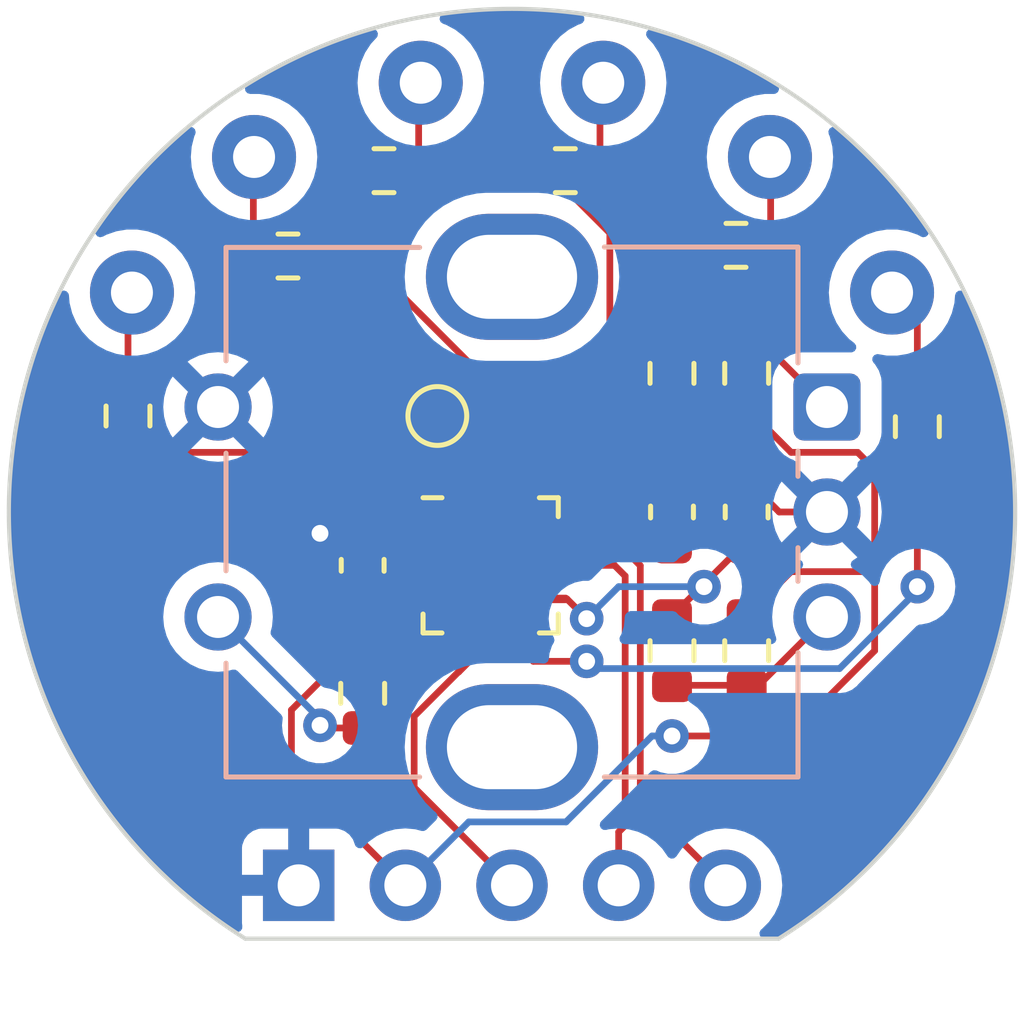
<source format=kicad_pcb>
(kicad_pcb (version 20221018) (generator pcbnew)
  (layers (0 "F.Cu" signal) (31 "B.Cu" signal) (34 "B.Paste" user) (35 "F.Paste" user) (36 "B.SilkS" user "B.Silkscreen") (37 "F.SilkS" user "F.Silkscreen") (38 "B.Mask" user) (39 "F.Mask" user) (44 "Edge.Cuts" user))
  (net 0 "")
  (net 1 "ENCA")
  (net 2 "ENCB")
  (net 3 "Net-(J12-Pin_2)")
  (net 4 "Net-(J12-Pin_3)")
  (net 5 "Net-(J12-Pin_4)")
  (net 6 "VCC")
  (net 7 "GND")
  (net 8 "SCL")
  (net 9 "SDA")
  (net 10 "INT")
  (net 11 "Net-(J12-Pin_5)")
  (net 12 "Net-(J12-Pin_6)")
  (net 13 "Net-(J12-Pin_1)")
  (net 14 "Net-(R12-Pad2)")
  (net 15 "Net-(R13-Pad2)")
  (net 16 "LED6")
  (net 17 "ENCS")
  (net 18 "Net-(U11-~{RESET}{slash}PA0)")
  (net 19 "LED1")
  (net 20 "LED2")
  (net 21 "LED3")
  (net 24 "LED5")
  (net 25 "LED4")
  (footprint "Resistor_SMD:R_0603_1608Metric" (layer "F.Cu") (at 45.466 44.704 180)
    (fp_text reference "R20" hide)
    (fp_text value "220" hide)
    (fp_line (start -0.237258 -0.5225) (end 0.237258 -0.5225) (stroke (width 0.12)) (layer "F.SilkS"))
    (fp_line (start -0.237258 0.5225) (end 0.237258 0.5225) (stroke (width 0.12)) (layer "F.SilkS"))
    (pad "1" smd roundrect (at -0.825 0 180) (size 0.8 0.95) (layers "F.Cu" "F.Paste" "F.Mask") (net 24 "LED5"))
    (pad "2" smd roundrect (at 0.825 0 180) (size 0.8 0.95) (layers "F.Cu" "F.Paste" "F.Mask") (net 11 "Net-(J12-Pin_5)"))
  )
  (footprint "Resistor_SMD:R_0603_1608Metric" (layer "F.Cu") (at 47.752 42.672)
    (fp_text reference "R19" hide)
    (fp_text value "220" hide)
    (fp_line (start -0.237258 -0.5225) (end 0.237258 -0.5225) (stroke (width 0.12)) (layer "F.SilkS"))
    (fp_line (start -0.237258 0.5225) (end 0.237258 0.5225) (stroke (width 0.12)) (layer "F.SilkS"))
    (pad "1" smd roundrect (at -0.825 0) (size 0.8 0.95) (layers "F.Cu" "F.Paste" "F.Mask") (net 25 "LED4"))
    (pad "2" smd roundrect (at 0.825 0) (size 0.8 0.95) (layers "F.Cu" "F.Paste" "F.Mask") (net 5 "Net-(J12-Pin_4)"))
  )
  (footprint "Resistor_SMD:R_0603_1608Metric" (layer "F.Cu") (at 60.452 48.768 90)
    (fp_text reference "R16" hide)
    (fp_text value "220" hide)
    (fp_line (start -0.237258 -0.5225) (end 0.237258 -0.5225) (stroke (width 0.12)) (layer "F.SilkS"))
    (fp_line (start -0.237258 0.5225) (end 0.237258 0.5225) (stroke (width 0.12)) (layer "F.SilkS"))
    (pad "1" smd roundrect (at -0.825 0 90) (size 0.8 0.95) (layers "F.Cu" "F.Paste" "F.Mask") (net 19 "LED1"))
    (pad "2" smd roundrect (at 0.825 0 90) (size 0.8 0.95) (layers "F.Cu" "F.Paste" "F.Mask") (net 13 "Net-(J12-Pin_1)"))
  )
  (footprint "Resistor_SMD:R_0603_1608Metric" (layer "F.Cu") (at 54.61 54.102 90)
    (fp_text reference "R15" hide)
    (fp_text value "10k" hide)
    (fp_line (start -0.237258 -0.5225) (end 0.237258 -0.5225) (stroke (width 0.12)) (layer "F.SilkS"))
    (fp_line (start -0.237258 0.5225) (end 0.237258 0.5225) (stroke (width 0.12)) (layer "F.SilkS"))
    (pad "1" smd roundrect (at -0.825 0 90) (size 0.8 0.95) (layers "F.Cu" "F.Paste" "F.Mask") (net 15 "Net-(R13-Pad2)"))
    (pad "2" smd roundrect (at 0.825 0 90) (size 0.8 0.95) (layers "F.Cu" "F.Paste" "F.Mask") (net 2 "ENCB"))
  )
  (footprint "Project:Mounting_Hole_Pattern" (layer "F.Cu") (at 50.8 50.8)
    (fp_text reference "J12" hide)
    (fp_text value "LED_Pins" hide)
    (pad "1" thru_hole circle (at 9.049965 -5.225 30) (size 2 2) (drill 1) (layers "*.Cu" "*.Mask") (net 13 "Net-(J12-Pin_1)"))
    (pad "2" thru_hole circle (at 6.142356 -8.454228 54) (size 2 2) (drill 1) (layers "*.Cu" "*.Mask") (net 3 "Net-(J12-Pin_2)"))
    (pad "3" thru_hole circle (at 2.172677 -10.221642 78) (size 2 2) (drill 1) (layers "*.Cu" "*.Mask") (net 4 "Net-(J12-Pin_3)"))
    (pad "4" thru_hole circle (at -2.172677 -10.221642 102) (size 2 2) (drill 1) (layers "*.Cu" "*.Mask") (net 5 "Net-(J12-Pin_4)"))
    (pad "5" thru_hole circle (at -6.142356 -8.454228 126) (size 2 2) (drill 1) (layers "*.Cu" "*.Mask") (net 11 "Net-(J12-Pin_5)"))
    (pad "6" thru_hole circle (at -9.049965 -5.225 150) (size 2 2) (drill 1) (layers "*.Cu" "*.Mask") (net 12 "Net-(J12-Pin_6)"))
  )
  (footprint "Resistor_SMD:R_0603_1608Metric" (layer "F.Cu") (at 56.134 44.45)
    (fp_text reference "R17" hide)
    (fp_text value "220" hide)
    (fp_line (start -0.237258 -0.5225) (end 0.237258 -0.5225) (stroke (width 0.12)) (layer "F.SilkS"))
    (fp_line (start -0.237258 0.5225) (end 0.237258 0.5225) (stroke (width 0.12)) (layer "F.SilkS"))
    (pad "1" smd roundrect (at -0.825 0) (size 0.8 0.95) (layers "F.Cu" "F.Paste" "F.Mask") (net 20 "LED2"))
    (pad "2" smd roundrect (at 0.825 0) (size 0.8 0.95) (layers "F.Cu" "F.Paste" "F.Mask") (net 3 "Net-(J12-Pin_2)"))
  )
  (footprint "Resistor_SMD:R_0603_1608Metric" (layer "F.Cu") (at 47.244 55.118 -90)
    (fp_text reference "R11" hide)
    (fp_text value "10k" hide)
    (fp_line (start -0.237258 -0.5225) (end 0.237258 -0.5225) (stroke (width 0.12)) (layer "F.SilkS"))
    (fp_line (start -0.237258 0.5225) (end 0.237258 0.5225) (stroke (width 0.12)) (layer "F.SilkS"))
    (pad "1" smd roundrect (at -0.825 0 270) (size 0.8 0.95) (layers "F.Cu" "F.Paste" "F.Mask") (net 6 "VCC"))
    (pad "2" smd roundrect (at 0.825 0 270) (size 0.8 0.95) (layers "F.Cu" "F.Paste" "F.Mask") (net 17 "ENCS"))
  )
  (footprint "Resistor_SMD:R_0603_1608Metric" (layer "F.Cu") (at 56.388 54.102 -90)
    (fp_text reference "R13" hide)
    (fp_text value "10k" hide)
    (fp_line (start -0.237258 -0.5225) (end 0.237258 -0.5225) (stroke (width 0.12)) (layer "F.SilkS"))
    (fp_line (start -0.237258 0.5225) (end 0.237258 0.5225) (stroke (width 0.12)) (layer "F.SilkS"))
    (pad "1" smd roundrect (at -0.825 0 270) (size 0.8 0.95) (layers "F.Cu" "F.Paste" "F.Mask") (net 6 "VCC"))
    (pad "2" smd roundrect (at 0.825 0 270) (size 0.8 0.95) (layers "F.Cu" "F.Paste" "F.Mask") (net 15 "Net-(R13-Pad2)"))
  )
  (footprint "Capacitor_SMD:C_0603_1608Metric" (layer "F.Cu") (at 54.61 50.8 90)
    (fp_text reference "C12" hide)
    (fp_text value "10n" hide)
    (fp_line (start -0.14058 -0.51) (end 0.14058 -0.51) (stroke (width 0.12)) (layer "F.SilkS"))
    (fp_line (start -0.14058 0.51) (end 0.14058 0.51) (stroke (width 0.12)) (layer "F.SilkS"))
    (pad "1" smd roundrect (at -0.775 0 90) (size 0.9 0.95) (layers "F.Cu" "F.Paste" "F.Mask") (net 7 "GND"))
    (pad "2" smd roundrect (at 0.775 0 90) (size 0.9 0.95) (layers "F.Cu" "F.Paste" "F.Mask") (net 1 "ENCA"))
  )
  (footprint "Resistor_SMD:R_0603_1608Metric" (layer "F.Cu") (at 56.388 47.498 90)
    (fp_text reference "R12" hide)
    (fp_text value "10k" hide)
    (fp_line (start -0.237258 -0.5225) (end 0.237258 -0.5225) (stroke (width 0.12)) (layer "F.SilkS"))
    (fp_line (start -0.237258 0.5225) (end 0.237258 0.5225) (stroke (width 0.12)) (layer "F.SilkS"))
    (pad "1" smd roundrect (at -0.825 0 90) (size 0.8 0.95) (layers "F.Cu" "F.Paste" "F.Mask") (net 6 "VCC"))
    (pad "2" smd roundrect (at 0.825 0 90) (size 0.8 0.95) (layers "F.Cu" "F.Paste" "F.Mask") (net 14 "Net-(R12-Pad2)"))
  )
  (footprint "TestPoint:TestPoint_Pad_D1.0mm" (layer "F.Cu") (at 49.022 48.514)
    (fp_text reference "TP11" hide)
    (fp_text value "UPDI")
    (fp_circle (center 0 0) (end 0 0.7) (stroke (width 0.12)) (fill none) (layer "F.SilkS"))
    (pad "1" smd circle (at 0 0) (size 1 1) (layers "F.Cu" "F.Mask") (net 18 "Net-(U11-~{RESET}{slash}PA0)"))
  )
  (footprint "Resistor_SMD:R_0603_1608Metric" (layer "F.Cu") (at 52.07 42.672)
    (fp_text reference "R18" hide)
    (fp_text value "220" hide)
    (fp_line (start -0.237258 -0.5225) (end 0.237258 -0.5225) (stroke (width 0.12)) (layer "F.SilkS"))
    (fp_line (start -0.237258 0.5225) (end 0.237258 0.5225) (stroke (width 0.12)) (layer "F.SilkS"))
    (pad "1" smd roundrect (at -0.825 0) (size 0.8 0.95) (layers "F.Cu" "F.Paste" "F.Mask") (net 21 "LED3"))
    (pad "2" smd roundrect (at 0.825 0) (size 0.8 0.95) (layers "F.Cu" "F.Paste" "F.Mask") (net 4 "Net-(J12-Pin_3)"))
  )
  (footprint "Package_DFN_QFN:VQFN-20-1EP_3x3mm_P0.4mm_EP1.7x1.7mm" (layer "F.Cu") (at 50.292 52.07)
    (fp_text reference "U11" hide)
    (fp_text value "ATtiny1606-M" hide)
    (fp_line (start -1.61 1.61) (end -1.61 1.16) (stroke (width 0.12)) (layer "F.SilkS"))
    (fp_line (start -1.16 -1.61) (end -1.61 -1.61) (stroke (width 0.12)) (layer "F.SilkS"))
    (fp_line (start -1.16 1.61) (end -1.61 1.61) (stroke (width 0.12)) (layer "F.SilkS"))
    (fp_line (start 1.16 -1.61) (end 1.61 -1.61) (stroke (width 0.12)) (layer "F.SilkS"))
    (fp_line (start 1.16 1.61) (end 1.61 1.61) (stroke (width 0.12)) (layer "F.SilkS"))
    (fp_line (start 1.61 -1.61) (end 1.61 -1.16) (stroke (width 0.12)) (layer "F.SilkS"))
    (fp_line (start 1.61 1.61) (end 1.61 1.16) (stroke (width 0.12)) (layer "F.SilkS"))
    (pad "1" smd custom (at -1.45 -0.8) (size 0.143431 0.143431) (layers "F.Cu" "F.Paste" "F.Mask") (net 16 "LED6") (options (clearance outline) (anchor circle)) (primitives (gr_poly (pts (xy 0.35 0.000711) (xy 0.35 0.05) (xy -0.35 0.05) (xy -0.35 -0.05) (xy 0.299289 -0.05)) (width 0.1) (fill yes))))
    (pad "2" smd roundrect (at -1.45 -0.4) (size 0.8 0.2) (layers "F.Cu" "F.Paste" "F.Mask"))
    (pad "3" smd roundrect (at -1.45 0) (size 0.8 0.2) (layers "F.Cu" "F.Paste" "F.Mask") (net 7 "GND"))
    (pad "4" smd roundrect (at -1.45 0.4) (size 0.8 0.2) (layers "F.Cu" "F.Paste" "F.Mask") (net 6 "VCC"))
    (pad "5" smd custom (at -1.45 0.8) (size 0.143431 0.143431) (layers "F.Cu" "F.Paste" "F.Mask") (net 17 "ENCS") (options (clearance outline) (anchor circle)) (primitives (gr_poly (pts (xy 0.35 -0.000711) (xy 0.299289 0.05) (xy -0.35 0.05) (xy -0.35 -0.05) (xy 0.35 -0.05)) (width 0.1) (fill yes))))
    (pad "6" smd custom (at -0.8 1.45) (size 0.143431 0.143431) (layers "F.Cu" "F.Paste" "F.Mask") (options (clearance outline) (anchor circle)) (primitives (gr_poly (pts (xy 0.05 0.35) (xy -0.05 0.35) (xy -0.05 -0.299289) (xy 0.000711 -0.35) (xy 0.05 -0.35)) (width 0.1) (fill yes))))
    (pad "7" smd roundrect (at -0.4 1.45) (size 0.2 0.8) (layers "F.Cu" "F.Paste" "F.Mask") (net 10 "INT"))
    (pad "8" smd roundrect (at 0 1.45) (size 0.2 0.8) (layers "F.Cu" "F.Paste" "F.Mask"))
    (pad "9" smd roundrect (at 0.4 1.45) (size 0.2 0.8) (layers "F.Cu" "F.Paste" "F.Mask"))
    (pad "10" smd custom (at 0.8 1.45) (size 0.143431 0.143431) (layers "F.Cu" "F.Paste" "F.Mask") (net 19 "LED1") (options (clearance outline) (anchor circle)) (primitives (gr_poly (pts (xy 0.05 -0.299289) (xy 0.05 0.35) (xy -0.05 0.35) (xy -0.05 -0.35) (xy -0.000711 -0.35)) (width 0.1) (fill yes))))
    (pad "11" smd custom (at 1.45 0.8) (size 0.143431 0.143431) (layers "F.Cu" "F.Paste" "F.Mask") (net 2 "ENCB") (options (clearance outline) (anchor circle)) (primitives (gr_poly (pts (xy 0.35 0.05) (xy -0.299289 0.05) (xy -0.35 -0.000711) (xy -0.35 -0.05) (xy 0.35 -0.05)) (width 0.1) (fill yes))))
    (pad "12" smd roundrect (at 1.45 0.4) (size 0.8 0.2) (layers "F.Cu" "F.Paste" "F.Mask"))
    (pad "13" smd roundrect (at 1.45 0) (size 0.8 0.2) (layers "F.Cu" "F.Paste" "F.Mask") (net 9 "SDA"))
    (pad "14" smd roundrect (at 1.45 -0.4) (size 0.8 0.2) (layers "F.Cu" "F.Paste" "F.Mask") (net 8 "SCL"))
    (pad "15" smd custom (at 1.45 -0.8) (size 0.143431 0.143431) (layers "F.Cu" "F.Paste" "F.Mask") (net 1 "ENCA") (options (clearance outline) (anchor circle)) (primitives (gr_poly (pts (xy 0.35 0.05) (xy -0.35 0.05) (xy -0.35 0.000711) (xy -0.299289 -0.05) (xy 0.35 -0.05)) (width 0.1) (fill yes))))
    (pad "16" smd custom (at 0.8 -1.45) (size 0.143431 0.143431) (layers "F.Cu" "F.Paste" "F.Mask") (net 20 "LED2") (options (clearance outline) (anchor circle)) (primitives (gr_poly (pts (xy 0.05 0.299289) (xy -0.000711 0.35) (xy -0.05 0.35) (xy -0.05 -0.35) (xy 0.05 -0.35)) (width 0.1) (fill yes))))
    (pad "17" smd roundrect (at 0.4 -1.45) (size 0.2 0.8) (layers "F.Cu" "F.Paste" "F.Mask") (net 21 "LED3"))
    (pad "18" smd roundrect (at 0 -1.45) (size 0.2 0.8) (layers "F.Cu" "F.Paste" "F.Mask") (net 25 "LED4"))
    (pad "19" smd roundrect (at -0.4 -1.45) (size 0.2 0.8) (layers "F.Cu" "F.Paste" "F.Mask") (net 18 "Net-(U11-~{RESET}{slash}PA0)"))
    (pad "20" smd custom (at -0.8 -1.45) (size 0.143431 0.143431) (layers "F.Cu" "F.Paste" "F.Mask") (net 24 "LED5") (options (clearance outline) (anchor circle)) (primitives (gr_poly (pts (xy 0.05 0.35) (xy 0.000711 0.35) (xy -0.05 0.299289) (xy -0.05 -0.35) (xy 0.05 -0.35)) (width 0.1) (fill yes))))
    (pad "21" smd rect (at 0 0) (size 1.7 1.7) (layers "F.Cu" "F.Mask") (net 7 "GND"))
  )
  (footprint "Capacitor_SMD:C_0603_1608Metric" (layer "F.Cu") (at 56.388 50.8 -90)
    (fp_text reference "C13" hide)
    (fp_text value "10n" hide)
    (fp_line (start -0.14058 -0.51) (end 0.14058 -0.51) (stroke (width 0.12)) (layer "F.SilkS"))
    (fp_line (start -0.14058 0.51) (end 0.14058 0.51) (stroke (width 0.12)) (layer "F.SilkS"))
    (pad "1" smd roundrect (at -0.775 0 270) (size 0.9 0.95) (layers "F.Cu" "F.Paste" "F.Mask") (net 7 "GND"))
    (pad "2" smd roundrect (at 0.775 0 270) (size 0.9 0.95) (layers "F.Cu" "F.Paste" "F.Mask") (net 2 "ENCB"))
  )
  (footprint "Resistor_SMD:R_0603_1608Metric" (layer "F.Cu") (at 41.656 48.514 90)
    (fp_text reference "R21" hide)
    (fp_text value "220")
    (fp_line (start -0.237258 -0.5225) (end 0.237258 -0.5225) (stroke (width 0.12)) (layer "F.SilkS"))
    (fp_line (start -0.237258 0.5225) (end 0.237258 0.5225) (stroke (width 0.12)) (layer "F.SilkS"))
    (pad "1" smd roundrect (at -0.825 0 90) (size 0.8 0.95) (layers "F.Cu" "F.Paste" "F.Mask") (net 16 "LED6"))
    (pad "2" smd roundrect (at 0.825 0 90) (size 0.8 0.95) (layers "F.Cu" "F.Paste" "F.Mask") (net 12 "Net-(J12-Pin_6)"))
  )
  (footprint "Capacitor_SMD:C_0603_1608Metric" (layer "F.Cu") (at 47.244 52.07 90)
    (fp_text reference "C11" hide)
    (fp_text value "100n" hide)
    (fp_line (start -0.14058 -0.51) (end 0.14058 -0.51) (stroke (width 0.12)) (layer "F.SilkS"))
    (fp_line (start -0.14058 0.51) (end 0.14058 0.51) (stroke (width 0.12)) (layer "F.SilkS"))
    (pad "1" smd roundrect (at -0.775 0 90) (size 0.9 0.95) (layers "F.Cu" "F.Paste" "F.Mask") (net 6 "VCC"))
    (pad "2" smd roundrect (at 0.775 0 90) (size 0.9 0.95) (layers "F.Cu" "F.Paste" "F.Mask") (net 7 "GND"))
  )
  (footprint "Connector_PinHeader_2.54mm:PinHeader_1x05_P2.54mm_Vertical" (layer "F.Cu") (at 45.72 59.69 90)
    (fp_text reference "J11" hide)
    (fp_text value "IO connector" hide)
    (pad "1" thru_hole rect (at 0 0 90) (size 1.7 1.7) (drill 1) (layers "*.Cu" "*.Mask") (net 7 "GND"))
    (pad "2" thru_hole oval (at 0 2.54 90) (size 1.7 1.7) (drill 1) (layers "*.Cu" "*.Mask") (net 6 "VCC"))
    (pad "3" thru_hole oval (at 0 5.08 90) (size 1.7 1.7) (drill 1) (layers "*.Cu" "*.Mask") (net 10 "INT"))
    (pad "4" thru_hole oval (at 0 7.62 90) (size 1.7 1.7) (drill 1) (layers "*.Cu" "*.Mask") (net 9 "SDA"))
    (pad "5" thru_hole oval (at 0 10.16 90) (size 1.7 1.7) (drill 1) (layers "*.Cu" "*.Mask") (net 8 "SCL"))
  )
  (footprint "Resistor_SMD:R_0603_1608Metric" (layer "F.Cu") (at 54.61 47.498 -90)
    (fp_text reference "R14" hide)
    (fp_text value "10k" hide)
    (fp_line (start -0.237258 -0.5225) (end 0.237258 -0.5225) (stroke (width 0.12)) (layer "F.SilkS"))
    (fp_line (start -0.237258 0.5225) (end 0.237258 0.5225) (stroke (width 0.12)) (layer "F.SilkS"))
    (pad "1" smd roundrect (at -0.825 0 270) (size 0.8 0.95) (layers "F.Cu" "F.Paste" "F.Mask") (net 14 "Net-(R12-Pad2)"))
    (pad "2" smd roundrect (at 0.825 0 270) (size 0.8 0.95) (layers "F.Cu" "F.Paste" "F.Mask") (net 1 "ENCA"))
  )
  (footprint "Rotary_Encoder:RotaryEncoder_Bourns_Vertical_PEC12R-3x17F-Sxxxx" (layer "B.Cu") (at 50.8 50.8 180)
    (fp_text reference "SW11" hide)
    (fp_text value "PEC11L-4220F-S0015" hide)
    (fp_line (start -6.81 -3.35) (end -6.81 -6.31) (stroke (width 0.12)) (layer "B.SilkS"))
    (fp_line (start -6.81 -0.85) (end -6.81 -1.65) (stroke (width 0.12)) (layer "B.SilkS"))
    (fp_line (start -6.81 1.45) (end -6.81 0.85) (stroke (width 0.12)) (layer "B.SilkS"))
    (fp_line (start -6.81 3.55) (end -6.81 6.31) (stroke (width 0.12)) (layer "B.SilkS"))
    (fp_line (start -6.81 6.31) (end -2.2 6.31) (stroke (width 0.12)) (layer "B.SilkS"))
    (fp_line (start -2.2 -6.31) (end -6.81 -6.31) (stroke (width 0.12)) (layer "B.SilkS"))
    (fp_line (start 2.2 6.3) (end 6.81 6.3) (stroke (width 0.12)) (layer "B.SilkS"))
    (fp_line (start 6.81 -6.31) (end 2.2 -6.31) (stroke (width 0.12)) (layer "B.SilkS"))
    (fp_line (start 6.81 -3.6) (end 6.81 -6.31) (stroke (width 0.12)) (layer "B.SilkS"))
    (fp_line (start 6.81 1.4) (end 6.81 -1.4) (stroke (width 0.12)) (layer "B.SilkS"))
    (fp_line (start 6.81 6.3) (end 6.81 3.6) (stroke (width 0.12)) (layer "B.SilkS"))
    (pad "A" thru_hole roundrect (at -7.5 2.5 180) (size 1.6 1.6) (drill 1) (layers "*.Cu" "*.Mask") (roundrect_rratio 0.15625) (net 14 "Net-(R12-Pad2)"))
    (pad "B" thru_hole circle (at -7.5 -2.5 180) (size 1.6 1.6) (drill 1) (layers "*.Cu" "*.Mask") (net 15 "Net-(R13-Pad2)"))
    (pad "C" thru_hole circle (at -7.5 0 180) (size 1.6 1.6) (drill 1) (layers "*.Cu" "*.Mask") (net 7 "GND"))
    (pad "S1" thru_hole circle (at 7 2.5 180) (size 1.6 1.6) (drill 1) (layers "*.Cu" "*.Mask") (net 7 "GND"))
    (pad "S2" thru_hole circle (at 7 -2.5 180) (size 1.6 1.6) (drill 1) (layers "*.Cu" "*.Mask") (net 17 "ENCS"))
    (pad "SH" thru_hole oval (at 0 -5.6 180) (size 4.1 3) (drill oval 3.1 2) (layers "*.Cu" "*.Mask"))
    (pad "SH" thru_hole oval (at 0 5.6 180) (size 4.1 3) (drill oval 3.1 2) (layers "*.Cu" "*.Mask"))
  )
  (gr_line (start 57.15 60.96) (end 44.45 60.96) (stroke (width 0.1)) (layer "Edge.Cuts"))
  (gr_arc (start 44.45 60.96) (mid 50.8 38.818844) (end 57.15 60.96) (stroke (width 0.1)) (layer "Edge.Cuts"))
  (segment (start 54.61 48.323) (end 54.61 50.025) (width 0.16) (layer "F.Cu") (net 1))
  (segment (start 52.87 51.27) (end 54.115 50.025) (width 0.16) (layer "F.Cu") (net 1))
  (segment (start 54.115 50.025) (end 54.61 50.025) (width 0.16) (layer "F.Cu") (net 1))
  (segment (start 51.742 51.27) (end 52.87 51.27) (width 0.16) (layer "F.Cu") (net 1))
  (segment (start 51.742 52.87) (end 52.108 52.87) (width 0.16) (layer "F.Cu") (net 2))
  (segment (start 52.108 52.87) (end 52.578 53.34) (width 0.16) (layer "F.Cu") (net 2))
  (segment (start 56.312 51.575) (end 54.61 53.277) (width 0.16) (layer "F.Cu") (net 2))
  (segment (start 56.388 51.575) (end 56.312 51.575) (width 0.16) (layer "F.Cu") (net 2))
  (via (at 52.578 53.34) (size 0.8) (drill 0.4) (layers "F.Cu" "B.Cu") (net 2))
  (via (at 55.372 52.578) (size 0.8) (drill 0.4) (layers "F.Cu" "B.Cu") (net 2))
  (segment (start 55.372 52.578) (end 53.34 52.578) (width 0.16) (layer "B.Cu") (net 2))
  (segment (start 53.34 52.578) (end 52.578 53.34) (width 0.16) (layer "B.Cu") (net 2))
  (segment (start 56.959 42.362416) (end 56.942356 42.345772) (width 0.16) (layer "F.Cu") (net 3))
  (segment (start 56.959 44.45) (end 56.959 42.362416) (width 0.16) (layer "F.Cu") (net 3))
  (segment (start 52.895 42.672) (end 52.895 40.656035) (width 0.16) (layer "F.Cu") (net 4))
  (segment (start 52.895 40.656035) (end 52.972677 40.578358) (width 0.16) (layer "F.Cu") (net 4))
  (segment (start 48.577 42.672) (end 48.577 40.628681) (width 0.16) (layer "F.Cu") (net 5))
  (segment (start 48.577 40.628681) (end 48.627323 40.578358) (width 0.16) (layer "F.Cu") (net 5))
  (segment (start 59.436 54.102) (end 57.404 56.134) (width 0.16) (layer "F.Cu") (net 6))
  (segment (start 47.244 52.845) (end 47.619 52.47) (width 0.16) (layer "F.Cu") (net 6))
  (segment (start 47.244 54.293) (end 47.244 52.845) (width 0.16) (layer "F.Cu") (net 6))
  (segment (start 59.436 52.324) (end 59.436 49.784) (width 0.16) (layer "F.Cu") (net 6))
  (segment (start 57.445 52.22) (end 59.332 52.22) (width 0.16) (layer "F.Cu") (net 6))
  (segment (start 59.436 52.324) (end 59.436 54.102) (width 0.16) (layer "F.Cu") (net 6))
  (segment (start 57.445 49.38) (end 59.032 49.38) (width 0.16) (layer "F.Cu") (net 6))
  (segment (start 45.548 55.514) (end 45.548 56.978) (width 0.16) (layer "F.Cu") (net 6))
  (segment (start 48.060334 59.69) (end 48.26 59.69) (width 0.16) (layer "F.Cu") (net 6))
  (segment (start 47.244 54.293) (end 46.769 54.293) (width 0.16) (layer "F.Cu") (net 6))
  (segment (start 59.032 49.38) (end 59.436 49.784) (width 0.16) (layer "F.Cu") (net 6))
  (segment (start 46.769 54.293) (end 45.548 55.514) (width 0.16) (layer "F.Cu") (net 6))
  (segment (start 59.332 52.22) (end 59.436 52.324) (width 0.16) (layer "F.Cu") (net 6))
  (segment (start 57.445 52.22) (end 56.388 53.277) (width 0.16) (layer "F.Cu") (net 6))
  (segment (start 56.388 48.323) (end 57.445 49.38) (width 0.16) (layer "F.Cu") (net 6))
  (segment (start 45.548 56.978) (end 48.26 59.69) (width 0.16) (layer "F.Cu") (net 6))
  (segment (start 47.619 52.47) (end 48.842 52.47) (width 0.16) (layer "F.Cu") (net 6))
  (segment (start 57.404 56.134) (end 54.61 56.134) (width 0.16) (layer "F.Cu") (net 6))
  (via (at 54.61 56.134) (size 0.8) (drill 0.4) (layers "F.Cu" "B.Cu") (net 6))
  (segment (start 54.1333 56.134) (end 52.0873 58.18) (width 0.16) (layer "B.Cu") (net 6))
  (segment (start 49.77 58.18) (end 48.26 59.69) (width 0.16) (layer "B.Cu") (net 6))
  (segment (start 54.61 56.134) (end 54.1333 56.134) (width 0.16) (layer "B.Cu") (net 6))
  (segment (start 52.0873 58.18) (end 49.77 58.18) (width 0.16) (layer "B.Cu") (net 6))
  (segment (start 48.019 52.07) (end 47.244 51.295) (width 0.16) (layer "F.Cu") (net 7))
  (segment (start 57.163 50.8) (end 56.388 50.025) (width 0.16) (layer "F.Cu") (net 7))
  (segment (start 47.244 51.295) (end 46.241 51.295) (width 0.16) (layer "F.Cu") (net 7))
  (segment (start 56.16 50.025) (end 54.61 51.575) (width 0.16) (layer "F.Cu") (net 7))
  (segment (start 46.241 51.295) (end 46.228 51.308) (width 0.16) (layer "F.Cu") (net 7))
  (segment (start 48.842 52.07) (end 50.292 52.07) (width 0.16) (layer "F.Cu") (net 7))
  (segment (start 56.388 50.025) (end 56.16 50.025) (width 0.16) (layer "F.Cu") (net 7))
  (segment (start 58.3 50.8) (end 57.163 50.8) (width 0.16) (layer "F.Cu") (net 7))
  (segment (start 48.842 52.07) (end 48.019 52.07) (width 0.16) (layer "F.Cu") (net 7))
  (via (at 46.228 51.308) (size 0.8) (drill 0.4) (layers "F.Cu" "B.Cu") (net 7))
  (segment (start 53.855 57.665) (end 53.855 52.077) (width 0.16) (layer "F.Cu") (net 8))
  (segment (start 53.448 51.67) (end 51.742 51.67) (width 0.16) (layer "F.Cu") (net 8))
  (segment (start 53.855 52.077) (end 53.448 51.67) (width 0.16) (layer "F.Cu") (net 8))
  (segment (start 55.88 59.69) (end 53.855 57.665) (width 0.16) (layer "F.Cu") (net 8))
  (segment (start 53.495 52.324) (end 53.495 58.265) (width 0.16) (layer "F.Cu") (net 9))
  (segment (start 53.34 58.42) (end 53.34 59.69) (width 0.16) (layer "F.Cu") (net 9))
  (segment (start 53.495 58.265) (end 53.34 58.42) (width 0.16) (layer "F.Cu") (net 9))
  (segment (start 53.241 52.07) (end 53.495 52.324) (width 0.16) (layer "F.Cu") (net 9))
  (segment (start 51.742 52.07) (end 53.241 52.07) (width 0.16) (layer "F.Cu") (net 9))
  (segment (start 49.892 54.248) (end 49.53 54.61) (width 0.16) (layer "F.Cu") (net 10))
  (segment (start 48.47 57.36) (end 50.8 59.69) (width 0.16) (layer "F.Cu") (net 10))
  (segment (start 49.5227 54.61) (end 48.47 55.6627) (width 0.16) (layer "F.Cu") (net 10))
  (segment (start 49.53 54.61) (end 49.5227 54.61) (width 0.16) (layer "F.Cu") (net 10))
  (segment (start 49.892 53.52) (end 49.892 54.248) (width 0.16) (layer "F.Cu") (net 10))
  (segment (start 48.47 55.6627) (end 48.47 57.36) (width 0.16) (layer "F.Cu") (net 10))
  (segment (start 44.641 42.362416) (end 44.657644 42.345772) (width 0.16) (layer "F.Cu") (net 11))
  (segment (start 44.641 44.704) (end 44.641 42.362416) (width 0.16) (layer "F.Cu") (net 11))
  (segment (start 41.656 47.689) (end 41.656 45.669035) (width 0.16) (layer "F.Cu") (net 12))
  (segment (start 41.656 45.669035) (end 41.750035 45.575) (width 0.16) (layer "F.Cu") (net 12))
  (segment (start 60.452 47.943) (end 60.452 46.177035) (width 0.16) (layer "F.Cu") (net 13))
  (segment (start 60.452 46.177035) (end 59.849965 45.575) (width 0.16) (layer "F.Cu") (net 13))
  (segment (start 56.673 46.673) (end 58.3 48.3) (width 0.16) (layer "F.Cu") (net 14))
  (segment (start 56.388 46.673) (end 54.61 46.673) (width 0.16) (layer "F.Cu") (net 14))
  (segment (start 56.388 46.673) (end 56.673 46.673) (width 0.16) (layer "F.Cu") (net 14))
  (segment (start 54.61 54.927) (end 56.388 54.927) (width 0.16) (layer "F.Cu") (net 15))
  (segment (start 56.673 54.927) (end 58.3 53.3) (width 0.16) (layer "F.Cu") (net 15))
  (segment (start 56.388 54.927) (end 56.673 54.927) (width 0.16) (layer "F.Cu") (net 15))
  (segment (start 46.952 49.38) (end 41.697 49.38) (width 0.16) (layer "F.Cu") (net 16))
  (segment (start 48.222 51.27) (end 48.006 51.054) (width 0.16) (layer "F.Cu") (net 16))
  (segment (start 48.842 51.27) (end 48.222 51.27) (width 0.16) (layer "F.Cu") (net 16))
  (segment (start 48.006 50.434) (end 46.952 49.38) (width 0.16) (layer "F.Cu") (net 16))
  (segment (start 41.697 49.38) (end 41.656 49.339) (width 0.16) (layer "F.Cu") (net 16))
  (segment (start 48.006 51.054) (end 48.006 50.434) (width 0.16) (layer "F.Cu") (net 16))
  (segment (start 48.842 52.87) (end 48.222 52.87) (width 0.16) (layer "F.Cu") (net 17))
  (segment (start 48.006 53.086) (end 48.006 55.181) (width 0.16) (layer "F.Cu") (net 17))
  (segment (start 48.222 52.87) (end 48.006 53.086) (width 0.16) (layer "F.Cu") (net 17))
  (segment (start 46.291 55.943) (end 46.228 55.88) (width 0.16) (layer "F.Cu") (net 17))
  (segment (start 48.006 55.181) (end 47.244 55.943) (width 0.16) (layer "F.Cu") (net 17))
  (segment (start 47.244 55.943) (end 46.291 55.943) (width 0.16) (layer "F.Cu") (net 17))
  (via (at 46.228 55.88) (size 0.8) (drill 0.4) (layers "F.Cu" "B.Cu") (net 17))
  (segment (start 46.228 55.728) (end 43.8 53.3) (width 0.16) (layer "B.Cu") (net 17))
  (segment (start 46.228 55.88) (end 46.228 55.728) (width 0.16) (layer "B.Cu") (net 17))
  (segment (start 49.892 49.384) (end 49.022 48.514) (width 0.16) (layer "F.Cu") (net 18))
  (segment (start 49.892 50.62) (end 49.892 49.384) (width 0.16) (layer "F.Cu") (net 18))
  (segment (start 51.092 54.14) (end 51.308 54.356) (width 0.16) (layer "F.Cu") (net 19))
  (segment (start 51.308 54.356) (end 52.578 54.356) (width 0.16) (layer "F.Cu") (net 19))
  (segment (start 51.092 53.52) (end 51.092 54.14) (width 0.16) (layer "F.Cu") (net 19))
  (segment (start 60.452 52.578) (end 60.452 49.593) (width 0.16) (layer "F.Cu") (net 19))
  (via (at 60.452 52.578) (size 0.8) (drill 0.4) (layers "F.Cu" "B.Cu") (net 19))
  (via (at 52.578 54.356) (size 0.8) (drill 0.4) (layers "F.Cu" "B.Cu") (net 19))
  (segment (start 52.75 54.528) (end 58.599352 54.528) (width 0.16) (layer "B.Cu") (net 19))
  (segment (start 52.578 54.356) (end 52.75 54.528) (width 0.16) (layer "B.Cu") (net 19))
  (segment (start 58.599352 54.528) (end 60.452 52.675351) (width 0.16) (layer "B.Cu") (net 19))
  (segment (start 53.49 47.856) (end 51.092 50.254) (width 0.16) (layer "F.Cu") (net 20))
  (segment (start 55.309 44.45) (end 53.49 46.269) (width 0.16) (layer "F.Cu") (net 20))
  (segment (start 53.49 46.269) (end 53.49 47.856) (width 0.16) (layer "F.Cu") (net 20))
  (segment (start 51.092 50.254) (end 51.092 50.62) (width 0.16) (layer "F.Cu") (net 20))
  (segment (start 51.645 42.672) (end 51.245 42.672) (width 0.16) (layer "F.Cu") (net 21))
  (segment (start 53.13 44.157) (end 51.645 42.672) (width 0.16) (layer "F.Cu") (net 21))
  (segment (start 50.692 49.893116) (end 53.13 47.455116) (width 0.16) (layer "F.Cu") (net 21))
  (segment (start 50.692 50.62) (end 50.692 49.893116) (width 0.16) (layer "F.Cu") (net 21))
  (segment (start 53.13 47.455116) (end 53.13 44.157) (width 0.16) (layer "F.Cu") (net 21))
  (segment (start 46.291 47.419) (end 46.291 44.704) (width 0.16) (layer "F.Cu") (net 24))
  (segment (start 49.276 49.784) (end 48.656 49.784) (width 0.16) (layer "F.Cu") (net 24))
  (segment (start 48.656 49.784) (end 46.291 47.419) (width 0.16) (layer "F.Cu") (net 24))
  (segment (start 49.492 50.62) (end 49.492 50) (width 0.16) (layer "F.Cu") (net 24))
  (segment (start 49.492 50) (end 49.276 49.784) (width 0.16) (layer "F.Cu") (net 24))
  (segment (start 50.292 50.62) (end 50.292 47.7593) (width 0.16) (layer "F.Cu") (net 25))
  (segment (start 50.292 47.7593) (end 47.498 44.9653) (width 0.16) (layer "F.Cu") (net 25))
  (segment (start 47.498 44.9653) (end 47.498 43.243) (width 0.16) (layer "F.Cu") (net 25))
  (segment (start 47.498 43.243) (end 46.927 42.672) (width 0.16) (layer "F.Cu") (net 25))
  (zone (net 7) (net_name "GND") (layer "B.Cu") (connect_pads (clearance 0.5)) (min_thickness 0.25) (fill yes (thermal_gap 0.5) (thermal_bridge_width 0.5))
    (polygon (pts (xy 62.992 38.608) (xy 38.608 38.608) (xy 38.608 62.992) (xy 62.992 62.992)))
  )
)
</source>
